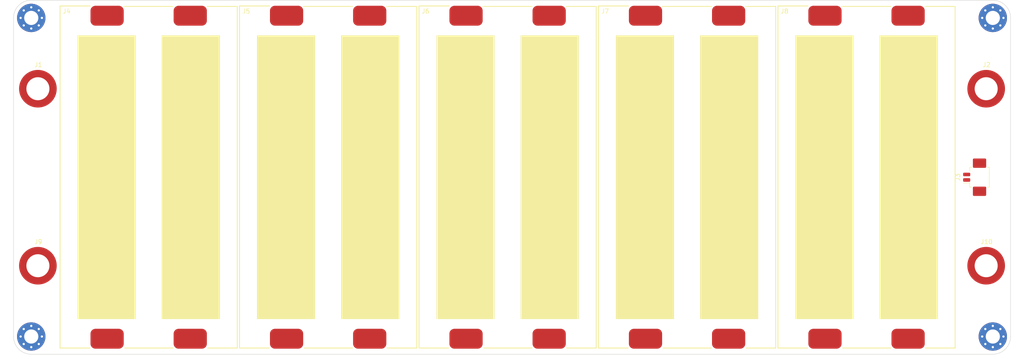
<source format=kicad_pcb>
(kicad_pcb (version 20221018) (generator pcbnew)
  (title_block (title "eSUP - 1S10P 18650 Battery Holder") (date "2023-11-11") (rev "V1") (company "Mark Belbin"))
  (layers (0 "F.Cu" signal) (31 "B.Cu" signal) (34 "B.Paste" user) (35 "F.Paste" user) (36 "B.SilkS" user "B.Silkscreen") (37 "F.SilkS" user "F.Silkscreen") (38 "B.Mask" user) (39 "F.Mask" user) (44 "Edge.Cuts" user))
  (net 0 "")
  (net 5 "Net-(J1-Pin_1)")
  (net 6 "Net-(J10-Pin_1)")
  (footprint "MountingHole:MountingHole_3.2mm_M3_Pad_Via" (layer "F.Cu") (at 261 126.5)
    (fp_text reference "H4" hide)
    (fp_text value "MountingHole_Pad")
    (pad "1" thru_hole circle (at -2.4 0) (size 0.8 0.8) (drill 0.5) (layers "*.Cu" "*.Mask"))
    (pad "1" thru_hole circle (at -1.697056 -1.697056) (size 0.8 0.8) (drill 0.5) (layers "*.Cu" "*.Mask"))
    (pad "1" thru_hole circle (at -1.697056 1.697056) (size 0.8 0.8) (drill 0.5) (layers "*.Cu" "*.Mask"))
    (pad "1" thru_hole circle (at 0 -2.4) (size 0.8 0.8) (drill 0.5) (layers "*.Cu" "*.Mask"))
    (pad "1" thru_hole circle (at 0 0) (size 6.4 6.4) (drill 3.2) (layers "*.Cu" "*.Mask"))
    (pad "1" thru_hole circle (at 0 2.4) (size 0.8 0.8) (drill 0.5) (layers "*.Cu" "*.Mask"))
    (pad "1" thru_hole circle (at 1.697056 -1.697056) (size 0.8 0.8) (drill 0.5) (layers "*.Cu" "*.Mask"))
    (pad "1" thru_hole circle (at 1.697056 1.697056) (size 0.8 0.8) (drill 0.5) (layers "*.Cu" "*.Mask"))
    (pad "1" thru_hole circle (at 2.4 0) (size 0.8 0.8) (drill 0.5) (layers "*.Cu" "*.Mask"))
  )
  (footprint "MountingHole:MountingHole_3.2mm_M3_Pad_Via" (layer "F.Cu") (at 261 54.5)
    (fp_text reference "H2" hide)
    (fp_text value "MountingHole_Pad")
    (pad "1" thru_hole circle (at -2.4 0) (size 0.8 0.8) (drill 0.5) (layers "*.Cu" "*.Mask"))
    (pad "1" thru_hole circle (at -1.697056 -1.697056) (size 0.8 0.8) (drill 0.5) (layers "*.Cu" "*.Mask"))
    (pad "1" thru_hole circle (at -1.697056 1.697056) (size 0.8 0.8) (drill 0.5) (layers "*.Cu" "*.Mask"))
    (pad "1" thru_hole circle (at 0 -2.4) (size 0.8 0.8) (drill 0.5) (layers "*.Cu" "*.Mask"))
    (pad "1" thru_hole circle (at 0 0) (size 6.4 6.4) (drill 3.2) (layers "*.Cu" "*.Mask"))
    (pad "1" thru_hole circle (at 0 2.4) (size 0.8 0.8) (drill 0.5) (layers "*.Cu" "*.Mask"))
    (pad "1" thru_hole circle (at 1.697056 -1.697056) (size 0.8 0.8) (drill 0.5) (layers "*.Cu" "*.Mask"))
    (pad "1" thru_hole circle (at 1.697056 1.697056) (size 0.8 0.8) (drill 0.5) (layers "*.Cu" "*.Mask"))
    (pad "1" thru_hole circle (at 2.4 0) (size 0.8 0.8) (drill 0.5) (layers "*.Cu" "*.Mask"))
  )
  (footprint "battery_holder:dual_18650_battery_holder" (layer "F.Cu") (at 192 90.5)
    (fp_text reference "J7" (at -18.5 -37.5 unlocked) (layer "F.SilkS"))
    (fp_text value "dual_18650_battery_holder")
    (fp_line (start -20 -38.7) (end -20 -31.5) (stroke (width 0.2)) (layer "F.SilkS"))
    (fp_line (start -20 -38.7) (end -13.2 -38.7) (stroke (width 0.2)) (layer "F.SilkS"))
    (fp_line (start -20 -31.5) (end -20 38.6) (stroke (width 0.2)) (layer "F.SilkS"))
    (fp_line (start -20 38.6) (end -13.3 38.6) (stroke (width 0.2)) (layer "F.SilkS"))
    (fp_line (start -5.6 -38.6) (end 5.5 -38.6) (stroke (width 0.2)) (layer "F.SilkS"))
    (fp_line (start -5.4 38.6) (end 5.5 38.6) (stroke (width 0.2)) (layer "F.SilkS"))
    (fp_line (start 13.3 38.6) (end 20 38.6) (stroke (width 0.2)) (layer "F.SilkS"))
    (fp_line (start 20 -38.6) (end 13.2 -38.6) (stroke (width 0.2)) (layer "F.SilkS"))
    (fp_line (start 20 38.6) (end 20 -38.6) (stroke (width 0.2)) (layer "F.SilkS"))
    (fp_rect (start -16 -32) (end -3 32) (stroke (width 0.12)) (fill solid) (layer "F.SilkS"))
    (fp_rect (start 3 -32) (end 16 32) (stroke (width 0.12)) (fill solid) (layer "F.SilkS"))
    (pad "" np_thru_hole circle (at 0 -27.7) (size 3.1 3.1) (drill 3.1) (layers "F&B.Cu" "*.Mask"))
    (pad "" np_thru_hole circle (at 0 27.7) (size 3.1 3.1) (drill 3.1) (layers "F&B.Cu" "*.Mask"))
    (pad "1" smd roundrect (at -9.38 -36.5) (size 7.5 4.5) (layers "F.Cu" "F.Paste" "F.Mask") (net 5 "Net-(J1-Pin_1)"))
    (pad "2" smd roundrect (at 9.38 -36.5) (size 7.5 4.5) (layers "F.Cu" "F.Paste" "F.Mask") (net 5 "Net-(J1-Pin_1)"))
    (pad "3" smd roundrect (at -9.38 36.5) (size 7.5 4.5) (layers "F.Cu" "F.Paste" "F.Mask") (net 6 "Net-(J10-Pin_1)"))
    (pad "4" smd roundrect (at 9.38 36.5) (size 7.5 4.5) (layers "F.Cu" "F.Paste" "F.Mask") (net 6 "Net-(J10-Pin_1)"))
  )
  (footprint "battery_holder:Wurth_746600430R" (layer "F.Cu") (at 45.5 70.5)
    (fp_text reference "J1" (at 0.1 -5.4) (layer "F.SilkS"))
    (fp_text value "Screw_Terminal_01x01")
    (pad "" np_thru_hole circle (at 0 0) (size 5.2 5.2) (drill 5.2) (layers "*.Cu" "*.Mask"))
    (pad "1" smd circle (at 0 0) (size 8.5 8.5) (layers "F.Cu" "F.Paste" "F.Mask") (net 5 "Net-(J1-Pin_1)"))
  )
  (footprint "MountingHole:MountingHole_3.2mm_M3_Pad_Via" (layer "F.Cu") (at 44 54.5)
    (fp_text reference "H1" hide)
    (fp_text value "MountingHole_Pad")
    (pad "1" thru_hole circle (at -2.4 0) (size 0.8 0.8) (drill 0.5) (layers "*.Cu" "*.Mask"))
    (pad "1" thru_hole circle (at -1.697056 -1.697056) (size 0.8 0.8) (drill 0.5) (layers "*.Cu" "*.Mask"))
    (pad "1" thru_hole circle (at -1.697056 1.697056) (size 0.8 0.8) (drill 0.5) (layers "*.Cu" "*.Mask"))
    (pad "1" thru_hole circle (at 0 -2.4) (size 0.8 0.8) (drill 0.5) (layers "*.Cu" "*.Mask"))
    (pad "1" thru_hole circle (at 0 0) (size 6.4 6.4) (drill 3.2) (layers "*.Cu" "*.Mask"))
    (pad "1" thru_hole circle (at 0 2.4) (size 0.8 0.8) (drill 0.5) (layers "*.Cu" "*.Mask"))
    (pad "1" thru_hole circle (at 1.697056 -1.697056) (size 0.8 0.8) (drill 0.5) (layers "*.Cu" "*.Mask"))
    (pad "1" thru_hole circle (at 1.697056 1.697056) (size 0.8 0.8) (drill 0.5) (layers "*.Cu" "*.Mask"))
    (pad "1" thru_hole circle (at 2.4 0) (size 0.8 0.8) (drill 0.5) (layers "*.Cu" "*.Mask"))
  )
  (footprint "battery_holder:Wurth_746600430R" (layer "F.Cu") (at 45.5 110.5)
    (fp_text reference "J9" (at 0.1 -5.4) (layer "F.SilkS"))
    (fp_text value "Screw_Terminal_01x01")
    (pad "" np_thru_hole circle (at 0 0) (size 5.2 5.2) (drill 5.2) (layers "*.Cu" "*.Mask"))
    (pad "1" smd circle (at 0 0) (size 8.5 8.5) (layers "F.Cu" "F.Paste" "F.Mask") (net 6 "Net-(J10-Pin_1)"))
  )
  (footprint "battery_holder:Wurth_746600430R" (layer "F.Cu") (at 259.5 110.5)
    (fp_text reference "J10" (at 0.1 -5.4) (layer "F.SilkS"))
    (fp_text value "Screw_Terminal_01x01")
    (pad "" np_thru_hole circle (at 0 0) (size 5.2 5.2) (drill 5.2) (layers "*.Cu" "*.Mask"))
    (pad "1" smd circle (at 0 0) (size 8.5 8.5) (layers "F.Cu" "F.Paste" "F.Mask") (net 6 "Net-(J10-Pin_1)"))
  )
  (footprint "battery_holder:dual_18650_battery_holder" (layer "F.Cu") (at 111 90.5)
    (fp_text reference "J5" (at -18.5 -37.5 unlocked) (layer "F.SilkS"))
    (fp_text value "dual_18650_battery_holder")
    (fp_line (start -20 -38.7) (end -20 -31.5) (stroke (width 0.2)) (layer "F.SilkS"))
    (fp_line (start -20 -38.7) (end -13.2 -38.7) (stroke (width 0.2)) (layer "F.SilkS"))
    (fp_line (start -20 -31.5) (end -20 38.6) (stroke (width 0.2)) (layer "F.SilkS"))
    (fp_line (start -20 38.6) (end -13.3 38.6) (stroke (width 0.2)) (layer "F.SilkS"))
    (fp_line (start -5.6 -38.6) (end 5.5 -38.6) (stroke (width 0.2)) (layer "F.SilkS"))
    (fp_line (start -5.4 38.6) (end 5.5 38.6) (stroke (width 0.2)) (layer "F.SilkS"))
    (fp_line (start 13.3 38.6) (end 20 38.6) (stroke (width 0.2)) (layer "F.SilkS"))
    (fp_line (start 20 -38.6) (end 13.2 -38.6) (stroke (width 0.2)) (layer "F.SilkS"))
    (fp_line (start 20 38.6) (end 20 -38.6) (stroke (width 0.2)) (layer "F.SilkS"))
    (fp_rect (start -16 -32) (end -3 32) (stroke (width 0.12)) (fill solid) (layer "F.SilkS"))
    (fp_rect (start 3 -32) (end 16 32) (stroke (width 0.12)) (fill solid) (layer "F.SilkS"))
    (pad "" np_thru_hole circle (at 0 -27.7) (size 3.1 3.1) (drill 3.1) (layers "F&B.Cu" "*.Mask"))
    (pad "" np_thru_hole circle (at 0 27.7) (size 3.1 3.1) (drill 3.1) (layers "F&B.Cu" "*.Mask"))
    (pad "1" smd roundrect (at -9.38 -36.5) (size 7.5 4.5) (layers "F.Cu" "F.Paste" "F.Mask") (net 5 "Net-(J1-Pin_1)"))
    (pad "2" smd roundrect (at 9.38 -36.5) (size 7.5 4.5) (layers "F.Cu" "F.Paste" "F.Mask") (net 5 "Net-(J1-Pin_1)"))
    (pad "3" smd roundrect (at -9.38 36.5) (size 7.5 4.5) (layers "F.Cu" "F.Paste" "F.Mask") (net 6 "Net-(J10-Pin_1)"))
    (pad "4" smd roundrect (at 9.38 36.5) (size 7.5 4.5) (layers "F.Cu" "F.Paste" "F.Mask") (net 6 "Net-(J10-Pin_1)"))
  )
  (footprint "Connector_Molex:Molex_PicoBlade_53261-0271_1x02-1MP_P1.25mm_Horizontal" (layer "F.Cu") (at 257.5 90.5 90)
    (fp_text reference "J3" (at 0 -4.4 90) (layer "F.SilkS"))
    (fp_text value "Conn_01x02")
    (fp_line (start -2.235 -1.71) (end -1.285 -1.71) (stroke (width 0.12)) (layer "F.SilkS"))
    (fp_line (start -2.235 -1.26) (end -2.235 -1.71) (stroke (width 0.12)) (layer "F.SilkS"))
    (fp_line (start -2.235 2.26) (end -2.235 2.71) (stroke (width 0.12)) (layer "F.SilkS"))
    (fp_line (start -2.235 2.71) (end 2.235 2.71) (stroke (width 0.12)) (layer "F.SilkS"))
    (fp_line (start -1.285 -1.71) (end -1.285 -3.2) (stroke (width 0.12)) (layer "F.SilkS"))
    (fp_line (start 2.235 -1.71) (end 1.285 -1.71) (stroke (width 0.12)) (layer "F.SilkS"))
    (fp_line (start 2.235 -1.26) (end 2.235 -1.71) (stroke (width 0.12)) (layer "F.SilkS"))
    (fp_line (start 2.235 2.71) (end 2.235 2.26) (stroke (width 0.12)) (layer "F.SilkS"))
    (pad "1" smd roundrect (at -0.625 -2.4 90) (size 0.8 1.6) (layers "F.Cu" "F.Paste" "F.Mask") (net 6 "Net-(J10-Pin_1)"))
    (pad "2" smd roundrect (at 0.625 -2.4 90) (size 0.8 1.6) (layers "F.Cu" "F.Paste" "F.Mask") (net 5 "Net-(J1-Pin_1)"))
    (pad "MP" smd roundrect (at -3.175 0.5 90) (size 2.1 3) (layers "F.Cu" "F.Paste" "F.Mask") (roundrect_rratio 0.119048))
    (pad "MP" smd roundrect (at 3.175 0.5 90) (size 2.1 3) (layers "F.Cu" "F.Paste" "F.Mask") (roundrect_rratio 0.119048))
  )
  (footprint "battery_holder:Wurth_746600430R" (layer "F.Cu") (at 259.5 70.5)
    (fp_text reference "J2" (at 0.1 -5.4) (layer "F.SilkS"))
    (fp_text value "Screw_Terminal_01x01")
    (pad "" np_thru_hole circle (at 0 0) (size 5.2 5.2) (drill 5.2) (layers "*.Cu" "*.Mask"))
    (pad "1" smd circle (at 0 0) (size 8.5 8.5) (layers "F.Cu" "F.Paste" "F.Mask") (net 5 "Net-(J1-Pin_1)"))
  )
  (footprint "MountingHole:MountingHole_3.2mm_M3_Pad_Via" (layer "F.Cu") (at 44 126.5)
    (fp_text reference "H3" hide)
    (fp_text value "MountingHole_Pad")
    (pad "1" thru_hole circle (at -2.4 0) (size 0.8 0.8) (drill 0.5) (layers "*.Cu" "*.Mask"))
    (pad "1" thru_hole circle (at -1.697056 -1.697056) (size 0.8 0.8) (drill 0.5) (layers "*.Cu" "*.Mask"))
    (pad "1" thru_hole circle (at -1.697056 1.697056) (size 0.8 0.8) (drill 0.5) (layers "*.Cu" "*.Mask"))
    (pad "1" thru_hole circle (at 0 -2.4) (size 0.8 0.8) (drill 0.5) (layers "*.Cu" "*.Mask"))
    (pad "1" thru_hole circle (at 0 0) (size 6.4 6.4) (drill 3.2) (layers "*.Cu" "*.Mask"))
    (pad "1" thru_hole circle (at 0 2.4) (size 0.8 0.8) (drill 0.5) (layers "*.Cu" "*.Mask"))
    (pad "1" thru_hole circle (at 1.697056 -1.697056) (size 0.8 0.8) (drill 0.5) (layers "*.Cu" "*.Mask"))
    (pad "1" thru_hole circle (at 1.697056 1.697056) (size 0.8 0.8) (drill 0.5) (layers "*.Cu" "*.Mask"))
    (pad "1" thru_hole circle (at 2.4 0) (size 0.8 0.8) (drill 0.5) (layers "*.Cu" "*.Mask"))
  )
  (footprint "battery_holder:dual_18650_battery_holder" (layer "F.Cu") (at 232.5 90.5)
    (fp_text reference "J8" (at -18.5 -37.5 unlocked) (layer "F.SilkS"))
    (fp_text value "dual_18650_battery_holder")
    (fp_line (start -20 -38.7) (end -20 -31.5) (stroke (width 0.2)) (layer "F.SilkS"))
    (fp_line (start -20 -38.7) (end -13.2 -38.7) (stroke (width 0.2)) (layer "F.SilkS"))
    (fp_line (start -20 -31.5) (end -20 38.6) (stroke (width 0.2)) (layer "F.SilkS"))
    (fp_line (start -20 38.6) (end -13.3 38.6) (stroke (width 0.2)) (layer "F.SilkS"))
    (fp_line (start -5.6 -38.6) (end 5.5 -38.6) (stroke (width 0.2)) (layer "F.SilkS"))
    (fp_line (start -5.4 38.6) (end 5.5 38.6) (stroke (width 0.2)) (layer "F.SilkS"))
    (fp_line (start 13.3 38.6) (end 20 38.6) (stroke (width 0.2)) (layer "F.SilkS"))
    (fp_line (start 20 -38.6) (end 13.2 -38.6) (stroke (width 0.2)) (layer "F.SilkS"))
    (fp_line (start 20 38.6) (end 20 -38.6) (stroke (width 0.2)) (layer "F.SilkS"))
    (fp_rect (start -16 -32) (end -3 32) (stroke (width 0.12)) (fill solid) (layer "F.SilkS"))
    (fp_rect (start 3 -32) (end 16 32) (stroke (width 0.12)) (fill solid) (layer "F.SilkS"))
    (pad "" np_thru_hole circle (at 0 -27.7) (size 3.1 3.1) (drill 3.1) (layers "F&B.Cu" "*.Mask"))
    (pad "" np_thru_hole circle (at 0 27.7) (size 3.1 3.1) (drill 3.1) (layers "F&B.Cu" "*.Mask"))
    (pad "1" smd roundrect (at -9.38 -36.5) (size 7.5 4.5) (layers "F.Cu" "F.Paste" "F.Mask") (net 5 "Net-(J1-Pin_1)"))
    (pad "2" smd roundrect (at 9.38 -36.5) (size 7.5 4.5) (layers "F.Cu" "F.Paste" "F.Mask") (net 5 "Net-(J1-Pin_1)"))
    (pad "3" smd roundrect (at -9.38 36.5) (size 7.5 4.5) (layers "F.Cu" "F.Paste" "F.Mask") (net 6 "Net-(J10-Pin_1)"))
    (pad "4" smd roundrect (at 9.38 36.5) (size 7.5 4.5) (layers "F.Cu" "F.Paste" "F.Mask") (net 6 "Net-(J10-Pin_1)"))
  )
  (footprint "battery_holder:dual_18650_battery_holder" (layer "F.Cu") (at 151.5 90.5)
    (fp_text reference "J6" (at -18.5 -37.5 unlocked) (layer "F.SilkS"))
    (fp_text value "dual_18650_battery_holder")
    (fp_line (start -20 -38.7) (end -20 -31.5) (stroke (width 0.2)) (layer "F.SilkS"))
    (fp_line (start -20 -38.7) (end -13.2 -38.7) (stroke (width 0.2)) (layer "F.SilkS"))
    (fp_line (start -20 -31.5) (end -20 38.6) (stroke (width 0.2)) (layer "F.SilkS"))
    (fp_line (start -20 38.6) (end -13.3 38.6) (stroke (width 0.2)) (layer "F.SilkS"))
    (fp_line (start -5.6 -38.6) (end 5.5 -38.6) (stroke (width 0.2)) (layer "F.SilkS"))
    (fp_line (start -5.4 38.6) (end 5.5 38.6) (stroke (width 0.2)) (layer "F.SilkS"))
    (fp_line (start 13.3 38.6) (end 20 38.6) (stroke (width 0.2)) (layer "F.SilkS"))
    (fp_line (start 20 -38.6) (end 13.2 -38.6) (stroke (width 0.2)) (layer "F.SilkS"))
    (fp_line (start 20 38.6) (end 20 -38.6) (stroke (width 0.2)) (layer "F.SilkS"))
    (fp_rect (start -16 -32) (end -3 32) (stroke (width 0.12)) (fill solid) (layer "F.SilkS"))
    (fp_rect (start 3 -32) (end 16 32) (stroke (width 0.12)) (fill solid) (layer "F.SilkS"))
    (pad "" np_thru_hole circle (at 0 -27.7) (size 3.1 3.1) (drill 3.1) (layers "F&B.Cu" "*.Mask"))
    (pad "" np_thru_hole circle (at 0 27.7) (size 3.1 3.1) (drill 3.1) (layers "F&B.Cu" "*.Mask"))
    (pad "1" smd roundrect (at -9.38 -36.5) (size 7.5 4.5) (layers "F.Cu" "F.Paste" "F.Mask") (net 5 "Net-(J1-Pin_1)"))
    (pad "2" smd roundrect (at 9.38 -36.5) (size 7.5 4.5) (layers "F.Cu" "F.Paste" "F.Mask") (net 5 "Net-(J1-Pin_1)"))
    (pad "3" smd roundrect (at -9.38 36.5) (size 7.5 4.5) (layers "F.Cu" "F.Paste" "F.Mask") (net 6 "Net-(J10-Pin_1)"))
    (pad "4" smd roundrect (at 9.38 36.5) (size 7.5 4.5) (layers "F.Cu" "F.Paste" "F.Mask") (net 6 "Net-(J10-Pin_1)"))
  )
  (footprint "battery_holder:dual_18650_battery_holder" (layer "F.Cu") (at 70.5 90.5)
    (fp_text reference "J4" (at -18.5 -37.5 unlocked) (layer "F.SilkS"))
    (fp_text value "dual_18650_battery_holder")
    (fp_line (start -20 -38.7) (end -20 -31.5) (stroke (width 0.2)) (layer "F.SilkS"))
    (fp_line (start -20 -38.7) (end -13.2 -38.7) (stroke (width 0.2)) (layer "F.SilkS"))
    (fp_line (start -20 -31.5) (end -20 38.6) (stroke (width 0.2)) (layer "F.SilkS"))
    (fp_line (start -20 38.6) (end -13.3 38.6) (stroke (width 0.2)) (layer "F.SilkS"))
    (fp_line (start -5.6 -38.6) (end 5.5 -38.6) (stroke (width 0.2)) (layer "F.SilkS"))
    (fp_line (start -5.4 38.6) (end 5.5 38.6) (stroke (width 0.2)) (layer "F.SilkS"))
    (fp_line (start 13.3 38.6) (end 20 38.6) (stroke (width 0.2)) (layer "F.SilkS"))
    (fp_line (start 20 -38.6) (end 13.2 -38.6) (stroke (width 0.2)) (layer "F.SilkS"))
    (fp_line (start 20 38.6) (end 20 -38.6) (stroke (width 0.2)) (layer "F.SilkS"))
    (fp_rect (start -16 -32) (end -3 32) (stroke (width 0.12)) (fill solid) (layer "F.SilkS"))
    (fp_rect (start 3 -32) (end 16 32) (stroke (width 0.12)) (fill solid) (layer "F.SilkS"))
    (pad "" np_thru_hole circle (at 0 -27.7) (size 3.1 3.1) (drill 3.1) (layers "F&B.Cu" "*.Mask"))
    (pad "" np_thru_hole circle (at 0 27.7) (size 3.1 3.1) (drill 3.1) (layers "F&B.Cu" "*.Mask"))
    (pad "1" smd roundrect (at -9.38 -36.5) (size 7.5 4.5) (layers "F.Cu" "F.Paste" "F.Mask") (net 5 "Net-(J1-Pin_1)"))
    (pad "2" smd roundrect (at 9.38 -36.5) (size 7.5 4.5) (layers "F.Cu" "F.Paste" "F.Mask") (net 5 "Net-(J1-Pin_1)"))
    (pad "3" smd roundrect (at -9.38 36.5) (size 7.5 4.5) (layers "F.Cu" "F.Paste" "F.Mask") (net 6 "Net-(J10-Pin_1)"))
    (pad "4" smd roundrect (at 9.38 36.5) (size 7.5 4.5) (layers "F.Cu" "F.Paste" "F.Mask") (net 6 "Net-(J10-Pin_1)"))
  )
  (gr_line (start 261 130.5) (end 44 130.5) (stroke (width 0.1)) (layer "Edge.Cuts"))
  (gr_line (start 265 54.5) (end 265 126.5) (stroke (width 0.1)) (layer "Edge.Cuts"))
  (gr_arc (start 265 126.5) (mid 263.828427 129.328427) (end 261 130.5) (stroke (width 0.1)) (layer "Edge.Cuts"))
  (gr_arc (start 44 130.5) (mid 41.171573 129.328427) (end 40 126.5) (stroke (width 0.1)) (layer "Edge.Cuts"))
  (gr_arc (start 40 54.5) (mid 41.171573 51.671573) (end 44 50.5) (stroke (width 0.1)) (layer "Edge.Cuts"))
  (gr_line (start 44 50.5) (end 261 50.5) (stroke (width 0.1)) (layer "Edge.Cuts"))
  (gr_line (start 40 126.5) (end 40 54.5) (stroke (width 0.1)) (layer "Edge.Cuts"))
  (gr_arc (start 261 50.5) (mid 263.828427 51.671573) (end 265 54.5) (stroke (width 0.1)) (layer "Edge.Cuts"))
)
</source>
